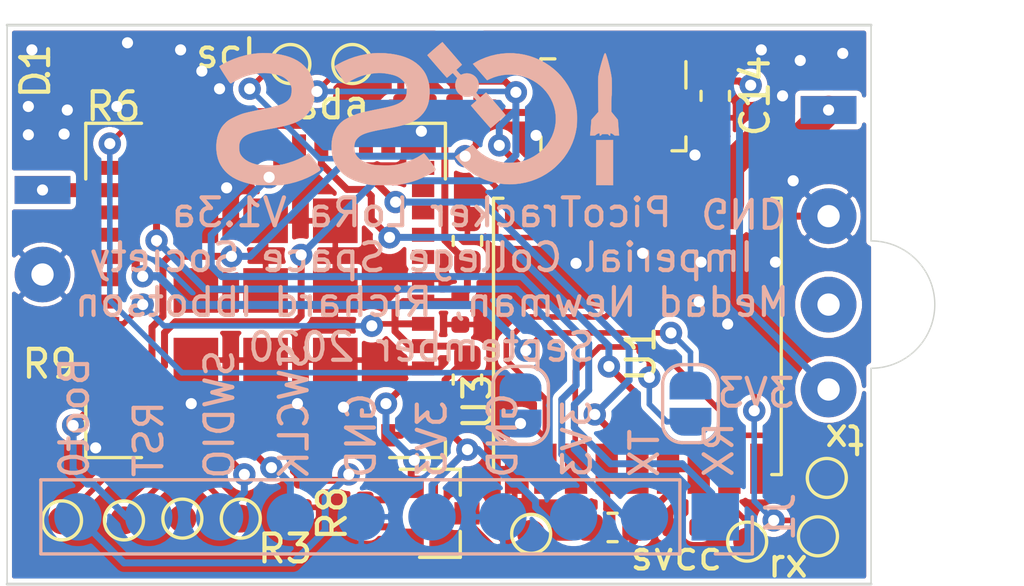
<source format=kicad_pcb>
(kicad_pcb (version 20171130) (host pcbnew "(5.1.2)-1")
  (title_block (title "PCB for Lora Pico Tracker") (date 2019-10-21) (company "Imperial College Space Society") (comment 1 "Richard Ibbotson, Medad Newman"))
  (layers (0 F.Cu signal) (31 B.Cu signal) (34 B.Paste user hide) (35 F.Paste user hide) (36 B.SilkS user hide) (37 F.SilkS user) (38 B.Mask user hide) (39 F.Mask user hide) (44 Edge.Cuts user))
  (net 0 "")
  (net 1 GND)
  (net 2 +3V3)
  (net 3 /I2C1_SDA)
  (net 4 /I2C1_SCL)
  (net 5 "Net-(AE2-Pad1)")
  (net 6 /SWDIO)
  (net 7 /RESET)
  (net 8 /SWCLK)
  (net 9 /GPS_TIMEPULSE)
  (net 10 /GPS_EXTINT)
  (net 11 "Net-(AE1-Pad1)")
  (net 12 /V_SOLAR)
  (net 13 "Net-(D1-Pad2)")
  (net 14 /LED)
  (net 15 /TCXO_EN)
  (net 16 /BOOT0)
  (net 17 /USART1_RX)
  (net 18 /USART1_TX)
  (net 19 "Net-(C12-Pad1)")
  (net 20 /GPS_MOSFET_GATE)
  (net 21 /USART2_RX)
  (net 22 /USART2_TX)
  (net 23 "Net-(TP5-Pad1)")
  (net 24 "Net-(TP6-Pad1)")
  (net 25 "Net-(TP7-Pad1)")
  (net 26 "Net-(TP8-Pad1)")
  (net 27 "Net-(JP1-Pad2)")
  (net 28 "Net-(JP2-Pad2)")
  (module TestPoint:TestPoint_Pad_D1.0mm (layer F.Cu) (at 285.496 178.2826)
    (fp_text reference TP10 hide)
    (fp_text value TestPoint)
    (pad 1 smd circle (at 0 0) (size 1 1) (layers F.Cu F.Mask) (net 9 /GPS_TIMEPULSE))
  )
  (module pico_tracker:custom_antenna_pad (layer F.Cu) (at 296.164 163.068 180)
    (fp_text reference AE2 hide)
    (fp_text value "GPS Antenna")
    (pad 1 thru_hole custom (at 0 0 180) (size 2 1) (drill 0.4) (layers *.Cu *.Mask) (net 5 "Net-(AE2-Pad1)") (options (clearance outline) (anchor rect)) (primitives))
  )
  (module pico_tracker:custom_antenna_pad (layer F.Cu) (at 267.97 165.9382)
    (fp_text reference AE1 hide)
    (fp_text value "GPS Antenna")
    (pad 1 thru_hole custom (at 0 0) (size 2 1) (drill 0.4) (layers *.Cu *.Mask) (net 11 "Net-(AE1-Pad1)") (options (clearance outline) (anchor rect)) (primitives))
  )
  (module pico_tracker:CMWX1ZZABZ_custom (layer F.Cu) (at 275.971 169.545 180)
    (fp_text reference U3 (at -7.6 -4 90) (layer F.SilkS))
    (fp_text value CMWX1ZZABZ-078)
    (pad 57 smd rect (at 2.5 2.5 270) (size 1.6 1.6) (layers F.Cu F.Paste F.Mask) (net 1 GND))
    (pad 56 smd rect (at 0 2.5 270) (size 1.6 1.6) (layers F.Cu F.Paste F.Mask) (net 1 GND))
    (pad 55 smd rect (at -2.5 2.5 270) (size 1.6 1.6) (layers F.Cu F.Paste F.Mask) (net 1 GND))
    (pad 54 smd rect (at 2.5 0 270) (size 1.6 1.6) (layers F.Cu F.Paste F.Mask) (net 1 GND))
    (pad 53 smd rect (at 0 0 270) (size 1.6 1.6) (layers F.Cu F.Paste F.Mask) (net 1 GND))
    (pad 52 smd rect (at -2.5 0 270) (size 1.6 1.6) (layers F.Cu F.Paste F.Mask) (net 1 GND))
    (pad 51 smd rect (at 2.5 -2.5 270) (size 1.6 1.6) (layers F.Cu F.Paste F.Mask) (net 1 GND))
    (pad 50 smd rect (at 0 -2.5 270) (size 1.6 1.6) (layers F.Cu F.Paste F.Mask) (net 1 GND))
    (pad 49 smd rect (at -2.5 -2.5 270) (size 1.6 1.6) (layers F.Cu F.Paste F.Mask) (net 1 GND))
    (pad 48 smd rect (at -4.4 -5.2 270) (size 0.8 0.5) (layers F.Cu F.Paste F.Mask) (net 15 /TCXO_EN))
    (pad 47 smd rect (at -3.6 -5.2 270) (size 0.8 0.5) (layers F.Cu F.Paste F.Mask))
    (pad 46 smd rect (at -2.8 -5.2 270) (size 0.8 0.5) (layers F.Cu F.Paste F.Mask))
    (pad 45 smd rect (at -2 -5.2 270) (size 0.8 0.5) (layers F.Cu F.Paste F.Mask))
    (pad 44 smd rect (at -1.2 -5.2 270) (size 0.8 0.5) (layers F.Cu F.Paste F.Mask) (net 1 GND))
    (pad 43 smd rect (at -0.4 -5.2 270) (size 0.8 0.5) (layers F.Cu F.Paste F.Mask) (net 16 /BOOT0))
    (pad 42 smd rect (at 0.4 -5.2 270) (size 0.8 0.5) (layers F.Cu F.Paste F.Mask) (net 8 /SWCLK))
    (pad 1 smd rect (at -5.65 -4.4 180) (size 0.8 0.5) (layers F.Cu F.Paste F.Mask) (net 15 /TCXO_EN))
    (pad 2 smd rect (at -5.65 -3.6 180) (size 0.8 0.5) (layers F.Cu F.Paste F.Mask) (net 20 /GPS_MOSFET_GATE))
    (pad 3 smd rect (at -5.65 -2.8 180) (size 0.8 0.5) (layers F.Cu F.Paste F.Mask) (net 1 GND))
    (pad 4 smd rect (at -5.65 -2 180) (size 0.8 0.5) (layers F.Cu F.Paste F.Mask) (net 2 +3V3))
    (pad 5 smd rect (at -5.65 -1.2 180) (size 0.8 0.5) (layers F.Cu F.Paste F.Mask) (net 2 +3V3))
    (pad 6 smd rect (at -5.65 -0.4 180) (size 0.8 0.5) (layers F.Cu F.Paste F.Mask) (net 2 +3V3))
    (pad 7 smd rect (at -5.65 0.4 180) (size 0.8 0.5) (layers F.Cu F.Paste F.Mask) (net 1 GND))
    (pad 8 smd rect (at -5.65 1.2 180) (size 0.8 0.5) (layers F.Cu F.Paste F.Mask))
    (pad 9 smd rect (at -5.65 2 180) (size 0.8 0.5) (layers F.Cu F.Paste F.Mask))
    (pad 10 smd rect (at -5.65 2.8 180) (size 0.8 0.5) (layers F.Cu F.Paste F.Mask))
    (pad 11 smd rect (at -5.65 3.6 180) (size 0.8 0.5) (layers F.Cu F.Paste F.Mask))
    (pad 27 smd rect (at 5.65 2.8 180) (size 0.8 0.5) (layers F.Cu F.Paste F.Mask) (net 1 GND))
    (pad 28 smd rect (at 5.65 2 180) (size 0.8 0.5) (layers F.Cu F.Paste F.Mask))
    (pad 29 smd rect (at 5.65 1.2 180) (size 0.8 0.5) (layers F.Cu F.Paste F.Mask))
    (pad 30 smd rect (at 5.65 0.4 180) (size 0.8 0.5) (layers F.Cu F.Paste F.Mask))
    (pad 31 smd rect (at 5.65 -0.4 180) (size 0.8 0.5) (layers F.Cu F.Paste F.Mask))
    (pad 32 smd rect (at 5.65 -1.2 180) (size 0.8 0.5) (layers F.Cu F.Paste F.Mask) (net 2 +3V3))
    (pad 33 smd rect (at 5.65 -2 180) (size 0.8 0.5) (layers F.Cu F.Paste F.Mask))
    (pad 34 smd rect (at 5.65 -2.8 180) (size 0.8 0.5) (layers F.Cu F.Paste F.Mask) (net 7 /RESET))
    (pad 35 smd rect (at 5.65 -3.6 180) (size 0.8 0.5) (layers F.Cu F.Paste F.Mask) (net 4 /I2C1_SCL))
    (pad 36 smd rect (at 5.65 -4.4 180) (size 0.8 0.5) (layers F.Cu F.Paste F.Mask) (net 3 /I2C1_SDA))
    (pad 37 smd rect (at 4.4 -5.2 270) (size 0.8 0.5) (layers F.Cu F.Paste F.Mask) (net 23 "Net-(TP5-Pad1)"))
    (pad 39 smd rect (at 2.8 -5.2 270) (size 0.8 0.5) (layers F.Cu F.Paste F.Mask) (net 25 "Net-(TP7-Pad1)"))
    (pad 40 smd rect (at 2 -5.2 270) (size 0.8 0.5) (layers F.Cu F.Paste F.Mask) (net 24 "Net-(TP6-Pad1)"))
    (pad 41 smd rect (at 1.2 -5.2 270) (size 0.8 0.5) (layers F.Cu F.Paste F.Mask) (net 6 /SWDIO))
    (pad 12 smd rect (at -5.65 4.4 180) (size 0.8 0.5) (layers F.Cu F.Paste F.Mask))
    (pad 13 smd rect (at -4.4 5.2 270) (size 0.8 0.5) (layers F.Cu F.Paste F.Mask))
    (pad 14 smd rect (at -3.6 5.2 270) (size 0.8 0.5) (layers F.Cu F.Paste F.Mask))
    (pad 15 smd rect (at -2.8 5.2 270) (size 0.8 0.5) (layers F.Cu F.Paste F.Mask) (net 9 /GPS_TIMEPULSE))
    (pad 16 smd rect (at -2 5.2 270) (size 0.8 0.5) (layers F.Cu F.Paste F.Mask) (net 10 /GPS_EXTINT))
    (pad 17 smd rect (at -1.2 5.2 270) (size 0.8 0.5) (layers F.Cu F.Paste F.Mask))
    (pad 18 smd rect (at -0.4 5.2 270) (size 0.8 0.5) (layers F.Cu F.Paste F.Mask) (net 17 /USART1_RX))
    (pad 19 smd rect (at 0.4 5.2 270) (size 0.8 0.5) (layers F.Cu F.Paste F.Mask) (net 18 /USART1_TX))
    (pad 20 smd rect (at 1.2 5.2 90) (size 0.8 0.5) (layers F.Cu F.Paste F.Mask))
    (pad 21 smd rect (at 2 5.2 90) (size 0.8 0.5) (layers F.Cu F.Paste F.Mask) (net 12 /V_SOLAR))
    (pad 22 smd rect (at 2.8 5.2 90) (size 0.8 0.5) (layers F.Cu F.Paste F.Mask) (net 14 /LED))
    (pad 23 smd rect (at 3.6 5.2 90) (size 0.8 0.5) (layers F.Cu F.Paste F.Mask) (net 21 /USART2_RX))
    (pad 24 smd rect (at 4.4 5.2 90) (size 0.8 0.5) (layers F.Cu F.Paste F.Mask) (net 22 /USART2_TX))
    (pad 25 smd rect (at 5.65 4.4 180) (size 0.8 0.5) (layers F.Cu F.Paste F.Mask) (net 1 GND))
    (pad 26 smd rect (at 5.65 3.6 180) (size 0.8 0.5) (layers F.Cu F.Paste F.Mask) (net 11 "Net-(AE1-Pad1)"))
    (pad 38 smd rect (at 3.6 -5.2 270) (size 0.8 0.5) (layers F.Cu F.Paste F.Mask) (net 26 "Net-(TP8-Pad1)"))
  )
  (module Jumper:SolderJumper-2_P1.3mm_Open_RoundedPad1.0x1.5mm (layer B.Cu) (at 285.115 173.6725 270)
    (fp_text reference JP2 hide)
    (fp_text value SolderJumper_2_Open)
    (pad 2 smd custom (at 0.65 0 270) (size 1 0.5) (layers B.Cu B.Mask) (net 28 "Net-(JP2-Pad2)") (options (clearance outline) (anchor rect)) (primitives (gr_circle (center 0 -0.25) (end 0.5 -0.25) (width 0)) (gr_circle (center 0 0.25) (end 0.5 0.25) (width 0)) (gr_poly (pts (xy 0 0.75) (xy -0.5 0.75) (xy -0.5 -0.75) (xy 0 -0.75)) (width 0))))
    (pad 1 smd custom (at -0.65 0 270) (size 1 0.5) (layers B.Cu B.Mask) (net 21 /USART2_RX) (options (clearance outline) (anchor rect)) (primitives (gr_circle (center 0 -0.25) (end 0.5 -0.25) (width 0)) (gr_circle (center 0 0.25) (end 0.5 0.25) (width 0)) (gr_poly (pts (xy 0 0.75) (xy 0.5 0.75) (xy 0.5 -0.75) (xy 0 -0.75)) (width 0))))
  )
  (module Jumper:SolderJumper-2_P1.3mm_Open_RoundedPad1.0x1.5mm (layer B.Cu) (at 291.211 173.609 270)
    (fp_text reference JP1 hide)
    (fp_text value SolderJumper_2_Open)
    (pad 2 smd custom (at 0.65 0 270) (size 1 0.5) (layers B.Cu B.Mask) (net 27 "Net-(JP1-Pad2)") (options (clearance outline) (anchor rect)) (primitives (gr_circle (center 0 -0.25) (end 0.5 -0.25) (width 0)) (gr_circle (center 0 0.25) (end 0.5 0.25) (width 0)) (gr_poly (pts (xy 0 0.75) (xy -0.5 0.75) (xy -0.5 -0.75) (xy 0 -0.75)) (width 0))))
    (pad 1 smd custom (at -0.65 0 270) (size 1 0.5) (layers B.Cu B.Mask) (net 22 /USART2_TX) (options (clearance outline) (anchor rect)) (primitives (gr_circle (center 0 -0.25) (end 0.5 -0.25) (width 0)) (gr_circle (center 0 0.25) (end 0.5 0.25) (width 0)) (gr_poly (pts (xy 0 0.75) (xy 0.5 0.75) (xy 0.5 -0.75) (xy 0 -0.75)) (width 0))))
  )
  (module TestPoint:TestPoint_Pad_D1.0mm (layer F.Cu) (at 293.243 178.562)
    (fp_text reference TP9 hide)
    (fp_text value TestPoint)
    (pad 1 smd circle (at 0 0) (size 1 1) (layers F.Cu F.Mask) (net 19 "Net-(C12-Pad1)"))
  )
  (module TestPoint:TestPoint_Pad_D1.0mm (layer F.Cu) (at 295.783 178.3715)
    (fp_text reference TP1 hide)
    (fp_text value TestPoint)
    (pad 1 smd circle (at 0 0) (size 1 1) (layers F.Cu F.Mask) (net 28 "Net-(JP2-Pad2)"))
  )
  (module TestPoint:TestPoint_Pad_D1.0mm (layer F.Cu) (at 268.6685 177.8)
    (fp_text reference TP5 hide)
    (fp_text value TestPoint)
    (pad 1 smd circle (at 0 0) (size 1 1) (layers F.Cu F.Mask) (net 23 "Net-(TP5-Pad1)"))
  )
  (module TestPoint:TestPoint_Pad_D1.0mm (layer F.Cu) (at 270.891 177.8)
    (fp_text reference TP8 hide)
    (fp_text value TestPoint)
    (pad 1 smd circle (at 0 0) (size 1 1) (layers F.Cu F.Mask) (net 26 "Net-(TP8-Pad1)"))
  )
  (module TestPoint:TestPoint_Pad_D1.0mm (layer F.Cu) (at 272.9865 177.7365)
    (fp_text reference TP7 hide)
    (fp_text value TestPoint)
    (pad 1 smd circle (at 0 0) (size 1 1) (layers F.Cu F.Mask) (net 25 "Net-(TP7-Pad1)"))
  )
  (module TestPoint:TestPoint_Pad_D1.0mm (layer F.Cu) (at 275.082 177.7365)
    (fp_text reference TP6 hide)
    (fp_text value TestPoint)
    (pad 1 smd circle (at 0 0) (size 1 1) (layers F.Cu F.Mask) (net 24 "Net-(TP6-Pad1)"))
  )
  (module TestPoint:TestPoint_Pad_D1.0mm (layer F.Cu) (at 279.0825 161.417)
    (fp_text reference TP4 hide)
    (fp_text value TestPoint)
    (pad 1 smd circle (at 0 0) (size 1 1) (layers F.Cu F.Mask) (net 3 /I2C1_SDA))
  )
  (module TestPoint:TestPoint_Pad_D1.0mm (layer F.Cu) (at 276.86 161.417)
    (fp_text reference TP3 hide)
    (fp_text value TestPoint)
    (pad 1 smd circle (at 0 0) (size 1 1) (layers F.Cu F.Mask) (net 4 /I2C1_SCL))
  )
  (module TestPoint:TestPoint_Pad_D1.0mm (layer F.Cu) (at 296.1005 176.276)
    (fp_text reference TP2 hide)
    (fp_text value TestPoint)
    (pad 1 smd circle (at 0 0) (size 1 1) (layers F.Cu F.Mask) (net 27 "Net-(JP1-Pad2)"))
  )
  (module Resistor_SMD:R_0402_1005Metric (layer F.Cu) (at 268.224 173.355)
    (fp_text reference R9 (at 0 -1.17) (layer F.SilkS))
    (fp_text value 10K)
    (pad 2 smd roundrect (at 0.485 0) (size 0.59 0.64) (layers F.Cu F.Paste F.Mask) (net 7 /RESET))
    (pad 1 smd roundrect (at -0.485 0) (size 0.59 0.64) (layers F.Cu F.Paste F.Mask) (net 2 +3V3))
  )
  (module Resistor_SMD:R_0402_1005Metric (layer F.Cu) (at 279.527 177.546 90)
    (fp_text reference R8 (at 0 -1.17 90) (layer F.SilkS))
    (fp_text value 4.7K)
    (pad 2 smd roundrect (at 0.485 0 90) (size 0.59 0.64) (layers F.Cu F.Paste F.Mask) (net 20 /GPS_MOSFET_GATE))
    (pad 1 smd roundrect (at -0.485 0 90) (size 0.59 0.64) (layers F.Cu F.Paste F.Mask) (net 2 +3V3))
  )
  (module Package_TO_SOT_SMD:SOT-23 (layer F.Cu) (at 282.194 177.546)
    (fp_text reference Q1 hide)
    (fp_text value IRLML6402)
    (pad 3 smd rect (at 1 0) (size 0.9 0.8) (layers F.Cu F.Paste F.Mask) (net 19 "Net-(C12-Pad1)"))
    (pad 2 smd rect (at -1 0.95) (size 0.9 0.8) (layers F.Cu F.Paste F.Mask) (net 2 +3V3))
    (pad 1 smd rect (at -1 -0.95) (size 0.9 0.8) (layers F.Cu F.Paste F.Mask) (net 20 /GPS_MOSFET_GATE))
  )
  (module Connector_Wire:SolderWirePad_1x01_Drill0.8mm (layer F.Cu) (at 267.97 168.9735)
    (fp_text reference J5 hide)
    (fp_text value Conn_01x01)
    (pad 1 thru_hole circle (at 0 0) (size 1.99898 1.99898) (drill 0.8001) (layers *.Cu *.Mask) (net 1 GND))
  )
  (module pico_tracker:10Pad (layer B.Cu) (at 292.1 177.673 90)
    (fp_text reference J1 (at 0 2.33 270) (layer B.SilkS) (effects (justify mirror)))
    (fp_text value Conn_01x10)
    (pad 10 smd oval (at 0 -22.86 90) (size 1.7 1.7) (layers B.Cu B.Paste B.Mask) (net 16 /BOOT0))
    (pad 9 smd oval (at 0 -20.32 90) (size 1.7 1.7) (layers B.Cu B.Paste B.Mask) (net 7 /RESET))
    (pad 8 smd oval (at 0 -17.78 90) (size 1.7 1.7) (layers B.Cu B.Paste B.Mask) (net 6 /SWDIO))
    (pad 7 smd oval (at 0 -15.24 90) (size 1.7 1.7) (layers B.Cu B.Paste B.Mask) (net 8 /SWCLK))
    (pad 6 smd oval (at 0 -12.7 90) (size 1.7 1.7) (layers B.Cu B.Paste B.Mask) (net 1 GND))
    (pad 5 smd oval (at 0 -10.16 90) (size 1.7 1.7) (layers B.Cu B.Paste B.Mask) (net 2 +3V3))
    (pad 4 smd oval (at 0 -7.62 90) (size 1.7 1.7) (layers B.Cu B.Paste B.Mask) (net 1 GND))
    (pad 3 smd oval (at 0 -5.08 90) (size 1.7 1.7) (layers B.Cu B.Paste B.Mask) (net 2 +3V3))
    (pad 2 smd oval (at 0 -2.54 90) (size 1.7 1.7) (layers B.Cu B.Paste B.Mask) (net 18 /USART1_TX))
    (pad 1 smd rect (at 0 0 90) (size 1.7 1.7) (layers B.Cu B.Paste B.Mask) (net 17 /USART1_RX))
  )
  (module flight-computer:SolderWirePad_1x01_Drill0.8mm (layer F.Cu) (at 298.704 170.053)
    (fp_text reference StringHole1 hide)
    (fp_text value Unconnected)
    (pad "" np_thru_hole circle (at 0 0) (size 0.8 0.8) (drill 0.8) (layers *.Cu *.Mask))
  )
  (module RF_GPS:ublox_MAX (layer F.Cu) (at 289.306 171.196 90)
    (fp_text reference U1 (at -0.635 0.127 90) (layer F.SilkS))
    (fp_text value MAX-M8C)
    (pad 1 smd rect (at -4.75 -4.4 90) (size 1.8 0.7) (layers F.Cu F.Paste F.Mask) (net 1 GND))
    (pad 2 smd rect (at -4.75 -3.3 90) (size 1.8 0.8) (layers F.Cu F.Paste F.Mask) (net 28 "Net-(JP2-Pad2)"))
    (pad 3 smd rect (at -4.75 -2.2 90) (size 1.8 0.8) (layers F.Cu F.Paste F.Mask) (net 27 "Net-(JP1-Pad2)"))
    (pad 4 smd rect (at -4.75 -1.1 90) (size 1.8 0.8) (layers F.Cu F.Paste F.Mask) (net 9 /GPS_TIMEPULSE))
    (pad 5 smd rect (at -4.75 0 90) (size 1.8 0.8) (layers F.Cu F.Paste F.Mask) (net 10 /GPS_EXTINT))
    (pad 6 smd rect (at -4.75 1.1 90) (size 1.8 0.8) (layers F.Cu F.Paste F.Mask) (net 19 "Net-(C12-Pad1)"))
    (pad 7 smd rect (at -4.75 2.2 90) (size 1.8 0.8) (layers F.Cu F.Paste F.Mask) (net 19 "Net-(C12-Pad1)"))
    (pad 8 smd rect (at -4.75 3.3 90) (size 1.8 0.8) (layers F.Cu F.Paste F.Mask) (net 19 "Net-(C12-Pad1)"))
    (pad 9 smd rect (at -4.75 4.4 90) (size 1.8 0.7) (layers F.Cu F.Paste F.Mask))
    (pad 10 smd rect (at 4.75 4.4 90) (size 1.8 0.7) (layers F.Cu F.Paste F.Mask) (net 1 GND))
    (pad 11 smd rect (at 4.75 3.3 90) (size 1.8 0.8) (layers F.Cu F.Paste F.Mask) (net 5 "Net-(AE2-Pad1)"))
    (pad 12 smd rect (at 4.75 2.2 90) (size 1.8 0.8) (layers F.Cu F.Paste F.Mask) (net 1 GND))
    (pad 13 smd rect (at 4.75 1.1 90) (size 1.8 0.8) (layers F.Cu F.Paste F.Mask))
    (pad 14 smd rect (at 4.75 0 90) (size 1.8 0.8) (layers F.Cu F.Paste F.Mask))
    (pad 15 smd rect (at 4.75 -1.1 90) (size 1.8 0.8) (layers F.Cu F.Paste F.Mask))
    (pad 16 smd rect (at 4.75 -2.2 90) (size 1.8 0.8) (layers F.Cu F.Paste F.Mask) (net 3 /I2C1_SDA))
    (pad 17 smd rect (at 4.75 -3.3 90) (size 1.8 0.8) (layers F.Cu F.Paste F.Mask) (net 4 /I2C1_SCL))
    (pad 18 smd rect (at 4.75 -4.4 90) (size 1.8 0.7) (layers F.Cu F.Paste F.Mask))
  )
  (module Connector_Wire:SolderWirePad_1x01_Drill0.8mm (layer F.Cu) (at 296.164 170.053 90)
    (fp_text reference SolarCellMount1 hide)
    (fp_text value Unconnected)
    (pad 1 thru_hole circle (at 0 0 90) (size 1.99898 1.99898) (drill 0.8001) (layers *.Cu *.Mask))
  )
  (module Connector_Wire:SolderWirePad_1x01_Drill0.8mm (layer F.Cu) (at 296.164 173.101 270)
    (fp_text reference J3 hide)
    (fp_text value 3.3V)
    (pad 1 thru_hole circle (at 0 0 270) (size 1.99898 1.99898) (drill 0.8001) (layers *.Cu *.Mask) (net 2 +3V3))
  )
  (module Connector_Wire:SolderWirePad_1x01_Drill0.8mm (layer F.Cu) (at 296.164 166.878 270)
    (fp_text reference J2 hide)
    (fp_text value GND)
    (pad 1 thru_hole circle (at 0 0 270) (size 1.99898 1.99898) (drill 0.8001) (layers *.Cu *.Mask) (net 1 GND))
  )
  (module Capacitor_SMD:C_0603_1608Metric (layer F.Cu) (at 288.417 178.054 180)
    (fp_text reference C13 hide)
    (fp_text value 10uF)
    (pad 1 smd roundrect (at -0.7875 0 180) (size 0.875 0.95) (layers F.Cu F.Paste F.Mask) (net 19 "Net-(C12-Pad1)"))
    (pad 2 smd roundrect (at 0.7875 0 180) (size 0.875 0.95) (layers F.Cu F.Paste F.Mask) (net 1 GND))
  )
  (module Capacitor_SMD:C_0603_1608Metric (layer F.Cu) (at 292.1 162.56 270)
    (fp_text reference C14 (at 0 -1.43 90) (layer F.SilkS))
    (fp_text value 220nF)
    (pad 1 smd roundrect (at -0.7875 0 270) (size 0.875 0.95) (layers F.Cu F.Paste F.Mask) (net 2 +3V3))
    (pad 2 smd roundrect (at 0.7875 0 270) (size 0.875 0.95) (layers F.Cu F.Paste F.Mask) (net 1 GND))
  )
  (module Capacitor_SMD:C_0402_1005Metric (layer F.Cu) (at 290.98 178.054 180)
    (fp_text reference C12 hide)
    (fp_text value 100nF)
    (pad 2 smd roundrect (at 0.485 0 180) (size 0.59 0.64) (layers F.Cu F.Paste F.Mask) (net 1 GND))
    (pad 1 smd roundrect (at -0.485 0 180) (size 0.59 0.64) (layers F.Cu F.Paste F.Mask) (net 19 "Net-(C12-Pad1)"))
  )
  (module Package_LGA:LGA-8_3x5mm_P1.25mm (layer F.Cu) (at 288.447 162.882 270)
    (fp_text reference U6 hide)
    (fp_text value MS5607-02BA)
    (pad 4 smd rect (at -1.075 1.875 270) (size 0.95 0.55) (layers F.Cu F.Paste F.Mask) (net 1 GND))
    (pad 1 smd rect (at -1.075 -1.875 270) (size 0.95 0.55) (layers F.Cu F.Paste F.Mask) (net 2 +3V3))
    (pad 2 smd rect (at -1.075 -0.625 270) (size 0.95 0.55) (layers F.Cu F.Paste F.Mask) (net 2 +3V3))
    (pad 3 smd rect (at -1.075 0.625 270) (size 0.95 0.55) (layers F.Cu F.Paste F.Mask) (net 1 GND))
    (pad 8 smd rect (at 1.075 -1.875 270) (size 0.95 0.55) (layers F.Cu F.Paste F.Mask) (net 4 /I2C1_SCL))
    (pad 7 smd rect (at 1.075 -0.625 270) (size 0.95 0.55) (layers F.Cu F.Paste F.Mask) (net 3 /I2C1_SDA))
    (pad 6 smd rect (at 1.075 0.625 270) (size 0.95 0.55) (layers F.Cu F.Paste F.Mask))
    (pad 5 smd rect (at 1.075 1.875 270) (size 0.95 0.55) (layers F.Cu F.Paste F.Mask) (net 1 GND))
  )
  (module Capacitor_SMD:C_0603_1608Metric (layer F.Cu) (at 283.21 172.7455 270)
    (fp_text reference C10 hide)
    (fp_text value 10uF)
    (pad 2 smd roundrect (at 0.7875 0 270) (size 0.875 0.95) (layers F.Cu F.Paste F.Mask) (net 1 GND))
    (pad 1 smd roundrect (at -0.7875 0 270) (size 0.875 0.95) (layers F.Cu F.Paste F.Mask) (net 2 +3V3))
  )
  (module Capacitor_SMD:C_0603_1608Metric (layer F.Cu) (at 283.21 167.767 90)
    (fp_text reference C7 hide)
    (fp_text value 1uF)
    (pad 2 smd roundrect (at 0.7875 0 90) (size 0.875 0.95) (layers F.Cu F.Paste F.Mask) (net 1 GND))
    (pad 1 smd roundrect (at -0.7875 0 90) (size 0.875 0.95) (layers F.Cu F.Paste F.Mask) (net 2 +3V3))
  )
  (module Capacitor_SMD:C_0402_1005Metric (layer F.Cu) (at 282.956 170.284 270)
    (fp_text reference C5 hide)
    (fp_text value 100nF)
    (pad 2 smd roundrect (at 0.485 0 270) (size 0.59 0.64) (layers F.Cu F.Paste F.Mask) (net 1 GND))
    (pad 1 smd roundrect (at -0.485 0 270) (size 0.59 0.64) (layers F.Cu F.Paste F.Mask) (net 2 +3V3))
  )
  (module LED_SMD:LED_0402_1005Metric (layer F.Cu) (at 269.24 161.798)
    (fp_text reference D1 (at -1.524 -0.127 90) (layer F.SilkS))
    (fp_text value LED)
    (pad 2 smd roundrect (at 0.485 0) (size 0.59 0.64) (layers F.Cu F.Paste F.Mask) (net 13 "Net-(D1-Pad2)"))
    (pad 1 smd roundrect (at -0.485 0) (size 0.59 0.64) (layers F.Cu F.Paste F.Mask) (net 1 GND))
  )
  (module Resistor_SMD:R_0402_1005Metric (layer F.Cu) (at 271.272 161.798)
    (fp_text reference R6 (at -0.762 1.143) (layer F.SilkS))
    (fp_text value 1K)
    (pad 2 smd roundrect (at 0.485 0) (size 0.59 0.64) (layers F.Cu F.Paste F.Mask) (net 14 /LED))
    (pad 1 smd roundrect (at -0.485 0) (size 0.59 0.64) (layers F.Cu F.Paste F.Mask) (net 13 "Net-(D1-Pad2)"))
  )
  (module flight-computer:ICSS_Logo (layer B.Cu) (at 281.432 163.195 180)
    (fp_text reference J4 hide)
    (fp_text value "ICSS Logo" hide)
  )
  (module Resistor_SMD:R_0402_1005Metric (layer F.Cu) (at 281.328 162.814)
    (fp_text reference R2 hide)
    (fp_text value 100K)
    (pad 2 smd roundrect (at 0.485 0) (size 0.59 0.64) (layers F.Cu F.Paste F.Mask) (net 1 GND))
    (pad 1 smd roundrect (at -0.485 0) (size 0.59 0.64) (layers F.Cu F.Paste F.Mask) (net 12 /V_SOLAR))
  )
  (module Resistor_SMD:R_0402_1005Metric (layer F.Cu) (at 281.305 161.163 180)
    (fp_text reference R1 hide)
    (fp_text value 100K)
    (pad 2 smd roundrect (at 0.485 0 180) (size 0.59 0.64) (layers F.Cu F.Paste F.Mask) (net 12 /V_SOLAR))
    (pad 1 smd roundrect (at -0.485 0 180) (size 0.59 0.64) (layers F.Cu F.Paste F.Mask) (net 2 +3V3))
  )
  (module Resistor_SMD:R_0402_1005Metric (layer F.Cu) (at 283.233 162.814)
    (fp_text reference R5 hide)
    (fp_text value 4.7K)
    (pad 2 smd roundrect (at 0.485 0) (size 0.59 0.64) (layers F.Cu F.Paste F.Mask) (net 4 /I2C1_SCL))
    (pad 1 smd roundrect (at -0.485 0) (size 0.59 0.64) (layers F.Cu F.Paste F.Mask) (net 2 +3V3))
  )
  (module Resistor_SMD:R_0402_1005Metric (layer F.Cu) (at 283.21 161.163 180)
    (fp_text reference R4 hide)
    (fp_text value 4.7K)
    (pad 2 smd roundrect (at 0.485 0 180) (size 0.59 0.64) (layers F.Cu F.Paste F.Mask) (net 3 /I2C1_SDA))
    (pad 1 smd roundrect (at -0.485 0 180) (size 0.59 0.64) (layers F.Cu F.Paste F.Mask) (net 2 +3V3))
  )
  (module Resistor_SMD:R_0402_1005Metric (layer F.Cu) (at 277.3045 176.8475 270)
    (fp_text reference R3 (at 1.9685 0.635) (layer F.SilkS))
    (fp_text value 10K)
    (pad 1 smd roundrect (at -0.485 0 270) (size 0.59 0.64) (layers F.Cu F.Paste F.Mask) (net 16 /BOOT0))
    (pad 2 smd roundrect (at 0.485 0 270) (size 0.59 0.64) (layers F.Cu F.Paste F.Mask) (net 1 GND))
  )
  (gr_text "PicoTracker LoRa V1.3a\nImperial College Space Society\nMedad Newman, Richard Ibbotson \nSeptember 2020" (at 281.559 169.164) (layer B.SilkS) (effects (font (size 1 1)) (justify mirror)))
  (gr_text tx (at 296.7355 174.879 180) (layer F.SilkS) (effects (font (size 1 1))))
  (gr_text rx (at 294.7035 179.324) (layer F.SilkS) (effects (font (size 1 1))))
  (gr_text svcc (at 290.703 179.07) (layer F.SilkS) (effects (font (size 1 1))))
  (gr_text sda (at 278.384 162.8775) (layer F.SilkS) (effects (font (size 1 1))))
  (gr_text scl (at 274.574 161.036) (layer F.SilkS) (effects (font (size 1 1))))
  (gr_text GND (at 293.116 166.751 180) (layer B.SilkS) (effects (font (size 1 1)) (justify mirror)))
  (gr_text 3V3 (at 293.5605 173.228) (layer B.SilkS) (effects (font (size 1 1)) (justify mirror)))
  (gr_text "RX\n" (at 292.227 175.26 90) (layer B.SilkS) (effects (font (size 1 1)) (justify mirror)))
  (gr_text TX (at 289.56 175.387 90) (layer B.SilkS) (effects (font (size 1 1)) (justify mirror)))
  (gr_text 3V3 (at 287.147 174.879 90) (layer B.SilkS) (effects (font (size 1 1)) (justify mirror)))
  (gr_text GND (at 284.48 174.752 90) (layer B.SilkS) (effects (font (size 1 1)) (justify mirror)))
  (gr_text 3V3 (at 281.94 174.879 90) (layer B.SilkS) (effects (font (size 1 1)) (justify mirror)))
  (gr_text GND (at 279.4 174.752 90) (layer B.SilkS) (effects (font (size 1 1)) (justify mirror)))
  (gr_text SWCLK (at 276.987 173.863 90) (layer B.SilkS) (effects (font (size 1 1)) (justify mirror)))
  (gr_text SWDIO (at 274.32 173.99 90) (layer B.SilkS) (effects (font (size 1 1)) (justify mirror)))
  (gr_text RST (at 271.78 174.879 90) (layer B.SilkS) (effects (font (size 1 1)) (justify mirror)))
  (gr_text Boot0 (at 269.113 174.117 90) (layer B.SilkS) (effects (font (size 1 1)) (justify mirror)))
  (gr_line (start 266.7 172.085) (end 266.7 166.37) (layer Edge.Cuts) (width 0.05))
  (gr_line (start 266.7 160.02) (end 266.7 166.37) (layer Edge.Cuts) (width 0.05))
  (gr_line (start 266.7 180.086) (end 266.7 172.085) (layer Edge.Cuts) (width 0.05))
  (gr_line (start 297.688 160.02) (end 297.688 167.767) (layer Edge.Cuts) (width 0.05))
  (gr_arc (start 297.688 170.053) (end 297.688 172.339) (angle -180) (layer Edge.Cuts) (width 0.05))
  (gr_line (start 297.688 180.086) (end 297.688 172.339) (layer Edge.Cuts) (width 0.05))
  (gr_line (start 297.688 180.086) (end 266.7 180.086) (layer Edge.Cuts) (width 0.1))
  (gr_line (start 266.7 160.02) (end 297.688 160.02) (layer Edge.Cuts) (width 0.1))
  (segment (start 291.372999 167.606001) (end 291.437999 167.671001) (width 0.25) (layer F.Cu) (net 1))
  (segment (start 291.437999 167.671001) (end 293.957507 167.671001) (width 0.25) (layer F.Cu) (net 1))
  (segment (start 293.957507 167.671001) (end 294.750508 166.878) (width 0.25) (layer F.Cu) (net 1))
  (segment (start 294.750508 166.878) (end 296.164 166.878) (width 0.25) (layer F.Cu) (net 1))
  (segment (start 292.1 163.6015) (end 291.372999 164.328501) (width 0.25) (layer F.Cu) (net 1))
  (segment (start 291.372999 164.328501) (end 291.372999 164.684001) (width 0.25) (layer F.Cu) (net 1))
  (via (at 281.559 163.83) (size 0.8) (drill 0.4) (layers F.Cu B.Cu) (net 1))
  (segment (start 281.813 162.814) (end 281.813 163.576) (width 0.25) (layer F.Cu) (net 1))
  (segment (start 281.813 163.576) (end 281.559 163.83) (width 0.25) (layer F.Cu) (net 1))
  (via (at 285.673623 163.979132) (size 0.8) (drill 0.4) (layers F.Cu B.Cu) (net 1))
  (segment (start 286.572 163.957) (end 285.695755 163.957) (width 0.25) (layer F.Cu) (net 1))
  (segment (start 285.695755 163.957) (end 285.673623 163.979132) (width 0.25) (layer F.Cu) (net 1))
  (via (at 270.637 162.941) (size 0.8) (drill 0.4) (layers F.Cu B.Cu) (net 1))
  (segment (start 291.372999 164.684001) (end 291.372999 167.606001) (width 0.25) (layer F.Cu) (net 1))
  (via (at 291.372999 164.684001) (size 0.8) (drill 0.4) (layers F.Cu B.Cu) (net 1))
  (via (at 295.148 161.29) (size 0.8) (drill 0.4) (layers F.Cu B.Cu) (net 1))
  (via (at 278.765 173.736) (size 0.8) (drill 0.4) (layers F.Cu B.Cu) (net 1))
  (via (at 267.462 162.941) (size 0.8) (drill 0.4) (layers F.Cu B.Cu) (net 1))
  (via (at 267.462 163.957) (size 0.8) (drill 0.4) (layers F.Cu B.Cu) (net 1))
  (via (at 268.859 163.068) (size 0.8) (drill 0.4) (layers F.Cu B.Cu) (net 1))
  (via (at 267.589 160.909) (size 0.8) (drill 0.4) (layers F.Cu B.Cu) (net 1))
  (via (at 277.114 173.609) (size 0.8) (drill 0.4) (layers F.Cu B.Cu) (net 1))
  (via (at 273.685 161.671) (size 0.8) (drill 0.4) (layers F.Cu B.Cu) (net 1))
  (via (at 271.018 160.655) (size 0.8) (drill 0.4) (layers F.Cu B.Cu) (net 1))
  (via (at 272.923 160.909) (size 0.8) (drill 0.4) (layers F.Cu B.Cu) (net 1))
  (via (at 291.592 168.529) (size 0.8) (drill 0.4) (layers F.Cu B.Cu) (net 1))
  (via (at 294.259 168.529) (size 0.8) (drill 0.4) (layers F.Cu B.Cu) (net 1))
  (via (at 294.894 165.608) (size 0.8) (drill 0.4) (layers F.Cu B.Cu) (net 1))
  (via (at 294.513 162.56) (size 0.8) (drill 0.4) (layers F.Cu B.Cu) (net 1))
  (via (at 293.751 160.909) (size 0.8) (drill 0.4) (layers F.Cu B.Cu) (net 1))
  (via (at 296.672 161.036) (size 0.8) (drill 0.4) (layers F.Cu B.Cu) (net 1))
  (via (at 274.574 165.862) (size 0.8) (drill 0.4) (layers F.Cu B.Cu) (net 1))
  (via (at 274.32 162.306) (size 0.8) (drill 0.4) (layers F.Cu B.Cu) (net 1))
  (via (at 268.744417 163.930933) (size 0.8) (drill 0.4) (layers F.Cu B.Cu) (net 1))
  (via (at 287.106291 168.57198) (size 0.8) (drill 0.4) (layers F.Cu B.Cu) (net 1))
  (via (at 269.875 175.1965) (size 0.8) (drill 0.4) (layers F.Cu B.Cu) (net 1))
  (via (at 273.304 173.609) (size 0.8) (drill 0.4) (layers F.Cu B.Cu) (net 1))
  (via (at 291.521476 169.95101) (size 0.8) (drill 0.4) (layers F.Cu B.Cu) (net 1))
  (via (at 292.5445 170.7515) (size 0.8) (drill 0.4) (layers F.Cu B.Cu) (net 1))
  (via (at 289.4965 168.2115) (size 0.8) (drill 0.4) (layers F.Cu B.Cu) (net 1))
  (segment (start 285.280999 176.320999) (end 284.906 175.946) (width 0.25) (layer F.Cu) (net 1))
  (segment (start 286.9437 177.3682) (end 286.3282 177.3682) (width 0.25) (layer F.Cu) (net 1))
  (segment (start 286.3282 177.3682) (end 286.131001 177.171001) (width 0.25) (layer F.Cu) (net 1))
  (segment (start 287.6295 178.054) (end 286.9437 177.3682) (width 0.25) (layer F.Cu) (net 1))
  (segment (start 286.131001 177.171001) (end 285.345999 177.171001) (width 0.25) (layer F.Cu) (net 1))
  (segment (start 285.345999 177.171001) (end 285.280999 177.106001) (width 0.25) (layer F.Cu) (net 1))
  (segment (start 285.280999 177.106001) (end 285.280999 176.320999) (width 0.25) (layer F.Cu) (net 1))
  (segment (start 291.8805 161.807) (end 292.1 162.0265) (width 0.2933) (layer F.Cu) (net 2))
  (segment (start 290.322 161.807) (end 291.8805 161.807) (width 0.2933) (layer F.Cu) (net 2))
  (segment (start 292.9635 162.0265) (end 293.37 162.433) (width 0.25) (layer F.Cu) (net 2))
  (segment (start 295.656 173.609) (end 296.164 173.101) (width 0.25) (layer F.Cu) (net 2))
  (segment (start 292.970001 169.907001) (end 296.164 173.101) (width 0.25) (layer B.Cu) (net 2))
  (segment (start 293.37 162.433) (end 292.970001 162.832999) (width 0.25) (layer B.Cu) (net 2))
  (segment (start 292.970001 162.832999) (end 292.970001 169.907001) (width 0.25) (layer B.Cu) (net 2))
  (segment (start 292.1 162.0265) (end 292.9635 162.0265) (width 0.25) (layer F.Cu) (net 2))
  (via (at 293.37 162.179) (size 0.8) (drill 0.4) (layers F.Cu B.Cu) (net 2))
  (segment (start 296.001 173.101) (end 296.164 173.101) (width 0.25) (layer F.Cu) (net 2))
  (segment (start 282.797 171.545) (end 283.21 171.958) (width 0.25) (layer F.Cu) (net 2))
  (segment (start 281.621 171.545) (end 282.797 171.545) (width 0.25) (layer F.Cu) (net 2))
  (segment (start 282.81 169.945) (end 282.956 169.799) (width 0.25) (layer F.Cu) (net 2))
  (segment (start 281.621 169.945) (end 282.81 169.945) (width 0.25) (layer F.Cu) (net 2))
  (segment (start 283.21 169.545) (end 282.956 169.799) (width 0.25) (layer F.Cu) (net 2))
  (segment (start 283.21 168.5545) (end 283.21 169.545) (width 0.25) (layer F.Cu) (net 2))
  (segment (start 281.621 170.745) (end 280.613 170.745) (width 0.25) (layer F.Cu) (net 2))
  (segment (start 281.146 171.545) (end 281.621 171.545) (width 0.25) (layer F.Cu) (net 2))
  (segment (start 280.613 170.745) (end 280.613 171.012) (width 0.25) (layer F.Cu) (net 2))
  (segment (start 280.613 171.012) (end 281.146 171.545) (width 0.25) (layer F.Cu) (net 2))
  (via (at 283.21 175.26) (size 0.8) (drill 0.4) (layers F.Cu B.Cu) (net 2))
  (segment (start 282.40999 174.45999) (end 283.21 175.26) (width 0.25) (layer F.Cu) (net 2))
  (segment (start 283.21 171.958) (end 282.40999 172.75801) (width 0.25) (layer F.Cu) (net 2))
  (segment (start 282.40999 172.75801) (end 282.40999 174.45999) (width 0.25) (layer F.Cu) (net 2))
  (segment (start 281.94 176.53) (end 281.94 177.673) (width 0.25) (layer B.Cu) (net 2))
  (segment (start 283.21 175.26) (end 281.94 176.53) (width 0.25) (layer B.Cu) (net 2))
  (segment (start 282.702 162.768) (end 282.748 162.814) (width 0.25) (layer F.Cu) (net 2))
  (segment (start 282.702 162.179) (end 282.702 162.768) (width 0.25) (layer F.Cu) (net 2))
  (segment (start 281.79 161.267) (end 282.702 162.179) (width 0.25) (layer F.Cu) (net 2))
  (segment (start 281.79 161.163) (end 281.79 161.267) (width 0.25) (layer F.Cu) (net 2))
  (segment (start 283.695 160.743) (end 283.695 161.163) (width 0.25) (layer F.Cu) (net 2))
  (segment (start 283.46999 160.51799) (end 283.695 160.743) (width 0.25) (layer F.Cu) (net 2))
  (segment (start 282.381778 160.51799) (end 283.46999 160.51799) (width 0.25) (layer F.Cu) (net 2))
  (segment (start 282.10499 160.794778) (end 282.381778 160.51799) (width 0.25) (layer F.Cu) (net 2))
  (segment (start 282.10499 160.99801) (end 282.10499 160.794778) (width 0.25) (layer F.Cu) (net 2))
  (segment (start 281.94 161.163) (end 282.10499 160.99801) (width 0.25) (layer F.Cu) (net 2))
  (segment (start 281.79 161.163) (end 281.94 161.163) (width 0.25) (layer F.Cu) (net 2))
  (segment (start 283.21 168.5545) (end 282.400464 167.744964) (width 0.25) (layer F.Cu) (net 2))
  (segment (start 282.400464 163.161536) (end 282.748 162.814) (width 0.25) (layer F.Cu) (net 2))
  (segment (start 282.400464 167.744964) (end 282.400464 163.161536) (width 0.25) (layer F.Cu) (net 2))
  (via (at 279.781 170.815) (size 0.8) (drill 0.4) (layers F.Cu B.Cu) (net 2))
  (segment (start 280.613 170.745) (end 279.851 170.745) (width 0.2) (layer F.Cu) (net 2))
  (segment (start 279.851 170.745) (end 279.781 170.815) (width 0.2) (layer F.Cu) (net 2))
  (via (at 271.563 170.053) (size 0.8) (drill 0.4) (layers F.Cu B.Cu) (net 2))
  (segment (start 279.781 170.815) (end 272.325 170.815) (width 0.2) (layer B.Cu) (net 2))
  (segment (start 272.325 170.815) (end 271.563 170.053) (width 0.2) (layer B.Cu) (net 2))
  (segment (start 270.871 170.745) (end 270.321 170.745) (width 0.2) (layer F.Cu) (net 2))
  (segment (start 271.563 170.053) (end 270.871 170.745) (width 0.2) (layer F.Cu) (net 2))
  (segment (start 283.321 175.371) (end 283.21 175.26) (width 0.25) (layer F.Cu) (net 2))
  (segment (start 280.729 178.031) (end 281.194 178.496) (width 0.25) (layer F.Cu) (net 2))
  (segment (start 279.527 178.031) (end 280.729 178.031) (width 0.25) (layer F.Cu) (net 2))
  (segment (start 282.030001 176.439999) (end 283.21 175.26) (width 0.25) (layer F.Cu) (net 2))
  (segment (start 282.030001 177.709999) (end 282.030001 176.439999) (width 0.25) (layer F.Cu) (net 2))
  (segment (start 281.244 178.496) (end 282.030001 177.709999) (width 0.25) (layer F.Cu) (net 2))
  (segment (start 281.194 178.496) (end 281.244 178.496) (width 0.25) (layer F.Cu) (net 2))
  (segment (start 283.695 161.251) (end 284.840638 161.251) (width 0.25) (layer F.Cu) (net 2))
  (segment (start 284.840638 161.251) (end 285.673625 162.083987) (width 0.25) (layer F.Cu) (net 2))
  (segment (start 285.673625 162.083987) (end 285.673625 162.172623) (width 0.25) (layer F.Cu) (net 2))
  (segment (start 285.673625 162.172623) (end 286.108003 162.607001) (width 0.25) (layer F.Cu) (net 2))
  (segment (start 288.471999 162.607001) (end 289.072 162.007) (width 0.25) (layer F.Cu) (net 2))
  (segment (start 286.108003 162.607001) (end 288.471999 162.607001) (width 0.25) (layer F.Cu) (net 2))
  (segment (start 289.072 162.007) (end 289.072 161.807) (width 0.25) (layer F.Cu) (net 2))
  (segment (start 280.613 170.237) (end 280.905 169.945) (width 0.25) (layer F.Cu) (net 2))
  (segment (start 280.613 170.745) (end 280.613 170.237) (width 0.25) (layer F.Cu) (net 2))
  (segment (start 280.905 169.945) (end 281.621 169.945) (width 0.25) (layer F.Cu) (net 2))
  (segment (start 289.072 161.807) (end 290.322 161.807) (width 0.2933) (layer F.Cu) (net 2))
  (segment (start 283.591 175.26) (end 283.21 175.26) (width 0.25) (layer B.Cu) (net 2))
  (segment (start 286.258 177.927) (end 285.655001 177.324001) (width 0.25) (layer B.Cu) (net 2))
  (segment (start 286.893 177.927) (end 286.258 177.927) (width 0.25) (layer B.Cu) (net 2))
  (segment (start 285.655001 177.324001) (end 285.655001 177.108999) (width 0.25) (layer B.Cu) (net 2))
  (segment (start 285.044001 176.497999) (end 284.828999 176.497999) (width 0.25) (layer B.Cu) (net 2))
  (segment (start 285.655001 177.108999) (end 285.044001 176.497999) (width 0.25) (layer B.Cu) (net 2))
  (segment (start 284.828999 176.497999) (end 283.591 175.26) (width 0.25) (layer B.Cu) (net 2))
  (segment (start 267.739 172.935) (end 267.739 173.355) (width 0.25) (layer F.Cu) (net 2))
  (segment (start 267.739 172.677) (end 267.739 172.935) (width 0.25) (layer F.Cu) (net 2))
  (segment (start 269.671 170.745) (end 267.739 172.677) (width 0.25) (layer F.Cu) (net 2))
  (segment (start 270.321 170.745) (end 269.671 170.745) (width 0.25) (layer F.Cu) (net 2))
  (segment (start 284.353 163.661866) (end 284.353 164.338) (width 0.25) (layer B.Cu) (net 3))
  (segment (start 284.948623 163.066243) (end 284.353 163.661866) (width 0.25) (layer B.Cu) (net 3))
  (via (at 284.353 164.338) (size 0.8) (drill 0.4) (layers F.Cu B.Cu) (net 3))
  (segment (start 279.908 165.608) (end 277.246721 168.269279) (width 0.25) (layer B.Cu) (net 3))
  (segment (start 284.029004 165.608) (end 279.908 165.608) (width 0.25) (layer B.Cu) (net 3))
  (via (at 277.246721 168.269279) (size 0.8) (drill 0.4) (layers F.Cu B.Cu) (net 3))
  (segment (start 284.948623 163.066243) (end 284.948623 164.688381) (width 0.25) (layer B.Cu) (net 3))
  (segment (start 284.948623 164.688381) (end 284.029004 165.608) (width 0.25) (layer B.Cu) (net 3))
  (segment (start 289.072 164.157) (end 289.072 163.957) (width 0.25) (layer F.Cu) (net 3))
  (segment (start 288.129 165.1) (end 289.072 164.157) (width 0.25) (layer F.Cu) (net 3))
  (segment (start 284.353 164.338) (end 285.115 165.1) (width 0.25) (layer F.Cu) (net 3))
  (via (at 284.948623 162.431989) (size 0.8) (drill 0.4) (layers F.Cu B.Cu) (net 3))
  (segment (start 284.548624 162.03199) (end 284.948623 162.431989) (width 0.25) (layer F.Cu) (net 3))
  (segment (start 283.1914 162.03199) (end 284.548624 162.03199) (width 0.25) (layer F.Cu) (net 3))
  (segment (start 283.059168 161.899758) (end 283.1914 162.03199) (width 0.25) (layer F.Cu) (net 3))
  (segment (start 284.948623 163.066243) (end 284.948623 162.431989) (width 0.25) (layer B.Cu) (net 3))
  (segment (start 282.725 161.163) (end 283.059168 161.497168) (width 0.25) (layer F.Cu) (net 3))
  (segment (start 283.059168 161.497168) (end 283.059168 161.899758) (width 0.25) (layer F.Cu) (net 3))
  (segment (start 277.246721 170.454281) (end 277.246721 168.269279) (width 0.25) (layer F.Cu) (net 3))
  (segment (start 272.738011 170.670001) (end 277.031001 170.670001) (width 0.25) (layer F.Cu) (net 3))
  (segment (start 277.031001 170.670001) (end 277.246721 170.454281) (width 0.25) (layer F.Cu) (net 3))
  (segment (start 270.321 173.945) (end 270.647359 173.945) (width 0.25) (layer F.Cu) (net 3))
  (segment (start 272.345999 172.24636) (end 272.345999 171.062013) (width 0.25) (layer F.Cu) (net 3))
  (segment (start 272.345999 171.062013) (end 272.738011 170.670001) (width 0.25) (layer F.Cu) (net 3))
  (segment (start 270.647359 173.945) (end 272.345999 172.24636) (width 0.25) (layer F.Cu) (net 3))
  (via (at 277.8125 162.402001) (size 0.8) (drill 0.4) (layers F.Cu B.Cu) (net 3))
  (segment (start 279.0825 161.417) (end 278.797501 161.417) (width 0.2) (layer F.Cu) (net 3))
  (segment (start 278.797501 161.417) (end 277.8125 162.402001) (width 0.2) (layer F.Cu) (net 3))
  (segment (start 284.918635 162.402001) (end 284.948623 162.431989) (width 0.2) (layer B.Cu) (net 3))
  (segment (start 277.8125 162.402001) (end 284.918635 162.402001) (width 0.2) (layer B.Cu) (net 3))
  (segment (start 287.147 165.664998) (end 287.147 165.1) (width 0.2) (layer F.Cu) (net 3))
  (segment (start 287.106 165.705998) (end 287.147 165.664998) (width 0.2) (layer F.Cu) (net 3))
  (segment (start 287.106 166.446) (end 287.106 165.705998) (width 0.2) (layer F.Cu) (net 3))
  (segment (start 285.115 165.1) (end 287.147 165.1) (width 0.25) (layer F.Cu) (net 3))
  (segment (start 287.147 165.1) (end 288.129 165.1) (width 0.25) (layer F.Cu) (net 3))
  (segment (start 290.322 163.757) (end 290.322 163.957) (width 0.25) (layer F.Cu) (net 4))
  (segment (start 284.532062 163.156999) (end 289.721999 163.156999) (width 0.25) (layer F.Cu) (net 4))
  (segment (start 289.721999 163.156999) (end 290.322 163.757) (width 0.25) (layer F.Cu) (net 4))
  (segment (start 283.718 162.814) (end 284.189063 162.814) (width 0.25) (layer F.Cu) (net 4))
  (segment (start 284.189063 162.814) (end 284.532062 163.156999) (width 0.25) (layer F.Cu) (net 4))
  (via (at 274.746728 168.320728) (size 0.8) (drill 0.4) (layers F.Cu B.Cu) (net 4))
  (via (at 283.128401 164.725287) (size 0.8) (drill 0.4) (layers F.Cu B.Cu) (net 4))
  (segment (start 283.5284 164.325288) (end 283.5284 163.0036) (width 0.25) (layer F.Cu) (net 4))
  (segment (start 283.128401 164.725287) (end 283.5284 164.325288) (width 0.25) (layer F.Cu) (net 4))
  (segment (start 283.5284 163.0036) (end 283.718 162.814) (width 0.25) (layer F.Cu) (net 4))
  (segment (start 283.128401 164.725287) (end 279.012713 164.725287) (width 0.25) (layer B.Cu) (net 4))
  (segment (start 275.417272 168.320728) (end 274.746728 168.320728) (width 0.25) (layer B.Cu) (net 4))
  (segment (start 271.895988 172.05996) (end 271.895988 170.862) (width 0.25) (layer F.Cu) (net 4))
  (segment (start 272.288 168.542998) (end 272.51027 168.320728) (width 0.25) (layer F.Cu) (net 4))
  (segment (start 270.810948 173.145) (end 271.895988 172.05996) (width 0.25) (layer F.Cu) (net 4))
  (segment (start 272.51027 168.320728) (end 274.746728 168.320728) (width 0.25) (layer F.Cu) (net 4))
  (segment (start 270.321 173.145) (end 270.810948 173.145) (width 0.25) (layer F.Cu) (net 4))
  (segment (start 272.288 170.469988) (end 272.288 168.542998) (width 0.25) (layer F.Cu) (net 4))
  (segment (start 271.895988 170.862) (end 272.288 170.469988) (width 0.25) (layer F.Cu) (net 4))
  (via (at 275.3995 162.306) (size 0.8) (drill 0.4) (layers F.Cu B.Cu) (net 4))
  (segment (start 276.86 161.417) (end 276.2885 161.417) (width 0.2) (layer F.Cu) (net 4))
  (segment (start 276.2885 161.417) (end 275.3995 162.306) (width 0.2) (layer F.Cu) (net 4))
  (segment (start 277.90775 164.81425) (end 278.92375 164.81425) (width 0.2) (layer B.Cu) (net 4))
  (segment (start 275.3995 162.306) (end 277.90775 164.81425) (width 0.2) (layer B.Cu) (net 4))
  (segment (start 279.012713 164.725287) (end 278.92375 164.81425) (width 0.25) (layer B.Cu) (net 4))
  (segment (start 278.92375 164.81425) (end 275.417272 168.320728) (width 0.25) (layer B.Cu) (net 4))
  (segment (start 284.226 165.822886) (end 283.128401 164.725287) (width 0.2) (layer F.Cu) (net 4))
  (segment (start 284.226 167.556002) (end 284.226 165.822886) (width 0.2) (layer F.Cu) (net 4))
  (segment (start 284.315999 167.646001) (end 284.226 167.556002) (width 0.2) (layer F.Cu) (net 4))
  (segment (start 285.905999 167.646001) (end 284.315999 167.646001) (width 0.2) (layer F.Cu) (net 4))
  (segment (start 286.006 167.546) (end 285.905999 167.646001) (width 0.2) (layer F.Cu) (net 4))
  (segment (start 286.006 166.446) (end 286.006 167.546) (width 0.2) (layer F.Cu) (net 4))
  (segment (start 295.164511 164.067489) (end 293.640511 164.067489) (width 1.028) (layer F.Cu) (net 5))
  (segment (start 296.164 163.068) (end 295.164511 164.067489) (width 1.028) (layer F.Cu) (net 5))
  (segment (start 293.640511 164.067489) (end 292.620001 165.087999) (width 1.028) (layer F.Cu) (net 5))
  (segment (start 292.620001 165.087999) (end 292.620001 166.446) (width 1.028) (layer F.Cu) (net 5))
  (via (at 275.209 176.149) (size 0.8) (drill 0.4) (layers F.Cu B.Cu) (net 6))
  (segment (start 275.209 176.784) (end 275.209 176.149) (width 0.25) (layer B.Cu) (net 6))
  (segment (start 274.771 175.711) (end 275.209 176.149) (width 0.25) (layer F.Cu) (net 6))
  (segment (start 274.771 174.745) (end 274.771 175.711) (width 0.25) (layer F.Cu) (net 6))
  (segment (start 274.32 177.673) (end 275.209 176.784) (width 0.25) (layer B.Cu) (net 6))
  (via (at 269.068234 174.38973) (size 0.8) (drill 0.4) (layers F.Cu B.Cu) (net 7))
  (segment (start 271.78 177.673) (end 270.979002 177.673) (width 0.25) (layer B.Cu) (net 7))
  (segment (start 269.068234 175.983807) (end 269.068234 174.38973) (width 0.25) (layer B.Cu) (net 7))
  (segment (start 269.582426 176.497999) (end 269.068234 175.983807) (width 0.25) (layer B.Cu) (net 7))
  (segment (start 269.804001 176.497999) (end 269.582426 176.497999) (width 0.25) (layer B.Cu) (net 7))
  (segment (start 270.979002 177.673) (end 269.804001 176.497999) (width 0.25) (layer B.Cu) (net 7))
  (segment (start 269.885998 172.345) (end 269.595999 172.634999) (width 0.25) (layer F.Cu) (net 7))
  (segment (start 270.321 172.345) (end 269.885998 172.345) (width 0.25) (layer F.Cu) (net 7))
  (segment (start 269.595999 172.634999) (end 269.595999 173.861965) (width 0.25) (layer F.Cu) (net 7))
  (segment (start 269.595999 173.861965) (end 269.068234 174.38973) (width 0.25) (layer F.Cu) (net 7))
  (segment (start 269.719 172.345) (end 270.321 172.345) (width 0.25) (layer F.Cu) (net 7))
  (segment (start 268.709 173.355) (end 269.719 172.345) (width 0.25) (layer F.Cu) (net 7))
  (segment (start 276.86 177.673) (end 276.86 176.470919) (width 0.25) (layer B.Cu) (net 8))
  (segment (start 275.571 175.395) (end 276.083039 175.907039) (width 0.25) (layer F.Cu) (net 8))
  (segment (start 275.571 174.745) (end 275.571 175.395) (width 0.25) (layer F.Cu) (net 8))
  (segment (start 276.29612 175.907039) (end 276.179298 175.907039) (width 0.25) (layer B.Cu) (net 8))
  (via (at 276.179298 175.907039) (size 0.8) (drill 0.4) (layers F.Cu B.Cu) (net 8))
  (segment (start 276.083039 175.907039) (end 276.179298 175.907039) (width 0.25) (layer F.Cu) (net 8))
  (segment (start 276.86 176.470919) (end 276.29612 175.907039) (width 0.25) (layer B.Cu) (net 8))
  (via (at 287.778458 173.998404) (size 0.8) (drill 0.4) (layers F.Cu B.Cu) (net 9))
  (segment (start 288.206 174.425946) (end 287.778458 173.998404) (width 0.25) (layer F.Cu) (net 9))
  (segment (start 288.206 175.946) (end 288.206 174.425946) (width 0.25) (layer F.Cu) (net 9))
  (via (at 280.633454 166.373375) (size 0.8) (drill 0.4) (layers F.Cu B.Cu) (net 9))
  (segment (start 278.846001 165.070001) (end 278.771 164.995) (width 0.25) (layer F.Cu) (net 9))
  (segment (start 279.261988 165.469988) (end 278.862001 165.070001) (width 0.25) (layer F.Cu) (net 9))
  (segment (start 279.717401 165.469988) (end 279.261988 165.469988) (width 0.25) (layer F.Cu) (net 9))
  (segment (start 279.982413 165.735) (end 279.717401 165.469988) (width 0.25) (layer F.Cu) (net 9))
  (segment (start 278.862001 165.070001) (end 278.846001 165.070001) (width 0.25) (layer F.Cu) (net 9))
  (segment (start 280.633454 166.373375) (end 279.995079 165.735) (width 0.25) (layer F.Cu) (net 9))
  (segment (start 278.771 164.995) (end 278.771 164.345) (width 0.25) (layer F.Cu) (net 9))
  (segment (start 279.995079 165.735) (end 279.982413 165.735) (width 0.25) (layer F.Cu) (net 9))
  (segment (start 287.778458 173.998404) (end 289.010026 172.766836) (width 0.25) (layer B.Cu) (net 9))
  (segment (start 289.010026 172.766836) (end 289.010026 171.625764) (width 0.25) (layer B.Cu) (net 9))
  (segment (start 283.757637 166.373375) (end 280.633454 166.373375) (width 0.25) (layer B.Cu) (net 9))
  (segment (start 289.010026 171.625764) (end 283.757637 166.373375) (width 0.25) (layer B.Cu) (net 9))
  (segment (start 285.995999 178.782599) (end 285.496 178.2826) (width 0.25) (layer F.Cu) (net 9))
  (segment (start 286.06741 178.85401) (end 285.995999 178.782599) (width 0.25) (layer F.Cu) (net 9))
  (segment (start 288.073484 178.85401) (end 286.06741 178.85401) (width 0.25) (layer F.Cu) (net 9))
  (segment (start 288.39201 178.535484) (end 288.073484 178.85401) (width 0.25) (layer F.Cu) (net 9))
  (segment (start 288.39201 177.572516) (end 288.39201 178.535484) (width 0.25) (layer F.Cu) (net 9))
  (segment (start 288.206 177.386506) (end 288.39201 177.572516) (width 0.25) (layer F.Cu) (net 9))
  (segment (start 288.206 175.946) (end 288.206 177.386506) (width 0.25) (layer F.Cu) (net 9))
  (via (at 280.416 167.64) (size 0.8) (drill 0.4) (layers F.Cu B.Cu) (net 10))
  (segment (start 279.762001 166.986001) (end 280.416 167.64) (width 0.25) (layer F.Cu) (net 10))
  (segment (start 279.762001 166.150999) (end 279.762001 166.986001) (width 0.25) (layer F.Cu) (net 10))
  (segment (start 277.971 164.995) (end 278.895999 165.919999) (width 0.25) (layer F.Cu) (net 10))
  (segment (start 279.531001 165.919999) (end 279.762001 166.150999) (width 0.25) (layer F.Cu) (net 10))
  (segment (start 278.895999 165.919999) (end 279.531001 165.919999) (width 0.25) (layer F.Cu) (net 10))
  (segment (start 277.971 164.345) (end 277.971 164.995) (width 0.25) (layer F.Cu) (net 10))
  (segment (start 289.306 173.295467) (end 288.285024 172.274491) (width 0.25) (layer F.Cu) (net 10))
  (via (at 288.285024 172.274491) (size 0.8) (drill 0.4) (layers F.Cu B.Cu) (net 10))
  (segment (start 289.306 175.946) (end 289.306 173.295467) (width 0.25) (layer F.Cu) (net 10))
  (segment (start 280.416 167.64) (end 284.387851 167.64) (width 0.25) (layer B.Cu) (net 10))
  (segment (start 284.387851 167.64) (end 288.285024 171.537173) (width 0.25) (layer B.Cu) (net 10))
  (segment (start 288.285024 171.537173) (end 288.285024 172.274491) (width 0.25) (layer B.Cu) (net 10))
  (segment (start 268.053 165.945) (end 267.97 165.862) (width 0.5) (layer F.Cu) (net 11))
  (segment (start 270.321 165.945) (end 268.053 165.945) (width 0.5) (layer F.Cu) (net 11))
  (segment (start 280.448 162.814) (end 280.843 162.814) (width 0.25) (layer F.Cu) (net 12))
  (segment (start 280.134999 163.127001) (end 280.448 162.814) (width 0.25) (layer F.Cu) (net 12))
  (segment (start 274.753997 163.127001) (end 280.134999 163.127001) (width 0.25) (layer F.Cu) (net 12))
  (segment (start 273.971 163.909998) (end 274.753997 163.127001) (width 0.25) (layer F.Cu) (net 12))
  (segment (start 273.971 164.345) (end 273.971 163.909998) (width 0.25) (layer F.Cu) (net 12))
  (segment (start 280.82 162.791) (end 280.843 162.814) (width 0.25) (layer F.Cu) (net 12))
  (segment (start 280.82 161.163) (end 280.82 162.791) (width 0.25) (layer F.Cu) (net 12))
  (segment (start 269.725 161.798) (end 270.787 161.798) (width 0.25) (layer F.Cu) (net 13))
  (segment (start 271.653 161.902) (end 271.757 161.798) (width 0.25) (layer F.Cu) (net 14))
  (segment (start 273.171 162.427) (end 273.171 164.345) (width 0.2933) (layer F.Cu) (net 14))
  (segment (start 272.669 161.925) (end 273.171 162.427) (width 0.2933) (layer F.Cu) (net 14))
  (segment (start 271.757 161.798) (end 271.884 161.925) (width 0.2933) (layer F.Cu) (net 14))
  (segment (start 271.884 161.925) (end 272.669 161.925) (width 0.2933) (layer F.Cu) (net 14))
  (segment (start 280.821 174.745) (end 281.621 173.945) (width 0.25) (layer F.Cu) (net 15))
  (segment (start 280.371 174.745) (end 280.821 174.745) (width 0.25) (layer F.Cu) (net 15))
  (segment (start 270.891 179.324) (end 276.948002 179.324) (width 0.25) (layer B.Cu) (net 16))
  (segment (start 269.24 177.673) (end 270.891 179.324) (width 0.25) (layer B.Cu) (net 16))
  (segment (start 278.111001 176.993499) (end 278.9555 176.149) (width 0.25) (layer B.Cu) (net 16))
  (segment (start 278.111001 178.161001) (end 278.111001 176.993499) (width 0.25) (layer B.Cu) (net 16))
  (segment (start 276.948002 179.324) (end 278.111001 178.161001) (width 0.25) (layer B.Cu) (net 16))
  (via (at 278.9555 176.149) (size 0.8) (drill 0.4) (layers F.Cu B.Cu) (net 16))
  (segment (start 278.742 176.3625) (end 278.9555 176.149) (width 0.25) (layer F.Cu) (net 16))
  (segment (start 277.3045 176.3625) (end 278.742 176.3625) (width 0.25) (layer F.Cu) (net 16))
  (segment (start 276.371 174.745) (end 276.371 175.061527) (width 0.25) (layer F.Cu) (net 16))
  (segment (start 276.970332 176.028332) (end 277.3045 176.3625) (width 0.25) (layer F.Cu) (net 16))
  (segment (start 276.371 175.061527) (end 276.970332 175.660859) (width 0.25) (layer F.Cu) (net 16))
  (segment (start 276.970332 175.660859) (end 276.970332 176.028332) (width 0.25) (layer F.Cu) (net 16))
  (via (at 276.098 165.481) (size 0.8) (drill 0.4) (layers F.Cu B.Cu) (net 17))
  (segment (start 276.371 165.208) (end 276.371 164.345) (width 0.25) (layer F.Cu) (net 17))
  (segment (start 276.098 165.481) (end 276.371 165.208) (width 0.25) (layer F.Cu) (net 17))
  (segment (start 287.560014 173.127402) (end 287.560014 171.448574) (width 0.25) (layer B.Cu) (net 17))
  (segment (start 274.021727 167.557273) (end 276.098 165.481) (width 0.25) (layer B.Cu) (net 17))
  (segment (start 274.021727 168.668729) (end 274.021727 167.557273) (width 0.25) (layer B.Cu) (net 17))
  (segment (start 287.560014 171.448574) (end 285.157168 169.045728) (width 0.25) (layer B.Cu) (net 17))
  (segment (start 291.973 176.827) (end 290.914 175.768) (width 0.25) (layer B.Cu) (net 17))
  (segment (start 285.157168 169.045728) (end 274.398726 169.045728) (width 0.25) (layer B.Cu) (net 17))
  (segment (start 287.044407 173.64301) (end 287.560014 173.127402) (width 0.25) (layer B.Cu) (net 17))
  (segment (start 274.398726 169.045728) (end 274.021727 168.668729) (width 0.25) (layer B.Cu) (net 17))
  (segment (start 287.044407 174.463992) (end 287.044407 173.64301) (width 0.25) (layer B.Cu) (net 17))
  (segment (start 288.348415 175.768) (end 287.044407 174.463992) (width 0.25) (layer B.Cu) (net 17))
  (segment (start 290.914 175.768) (end 288.348415 175.768) (width 0.25) (layer B.Cu) (net 17))
  (segment (start 291.973 177.927) (end 291.973 176.827) (width 0.25) (layer B.Cu) (net 17))
  (via (at 272.05969 167.752745) (size 0.8) (drill 0.4) (layers F.Cu B.Cu) (net 18))
  (segment (start 275.571 164.780002) (end 275.571 164.345) (width 0.25) (layer F.Cu) (net 18))
  (segment (start 275.281001 165.070001) (end 275.571 164.780002) (width 0.25) (layer F.Cu) (net 18))
  (segment (start 273.260997 165.070001) (end 275.281001 165.070001) (width 0.25) (layer F.Cu) (net 18))
  (segment (start 272.345999 165.984999) (end 273.260997 165.070001) (width 0.25) (layer F.Cu) (net 18))
  (segment (start 272.345999 166.751648) (end 272.345999 165.984999) (width 0.25) (layer F.Cu) (net 18))
  (segment (start 272.05969 167.037957) (end 272.345999 166.751648) (width 0.25) (layer F.Cu) (net 18))
  (segment (start 272.05969 167.752745) (end 272.05969 167.037957) (width 0.25) (layer F.Cu) (net 18))
  (segment (start 289.096001 177.927) (end 286.594396 175.425395) (width 0.25) (layer B.Cu) (net 18))
  (segment (start 284.970768 169.495739) (end 273.802684 169.495739) (width 0.25) (layer B.Cu) (net 18))
  (segment (start 273.802684 169.495739) (end 272.05969 167.752745) (width 0.25) (layer B.Cu) (net 18))
  (segment (start 287.110003 171.634974) (end 284.970768 169.495739) (width 0.25) (layer B.Cu) (net 18))
  (segment (start 287.110003 172.941002) (end 287.110003 171.634974) (width 0.25) (layer B.Cu) (net 18))
  (segment (start 286.594396 173.45661) (end 287.110003 172.941002) (width 0.25) (layer B.Cu) (net 18))
  (segment (start 286.594396 175.425395) (end 286.594396 173.45661) (width 0.25) (layer B.Cu) (net 18))
  (segment (start 289.433 177.927) (end 289.096001 177.927) (width 0.25) (layer B.Cu) (net 18))
  (segment (start 290.406 176.8525) (end 290.406 175.946) (width 0.25) (layer F.Cu) (net 19))
  (segment (start 289.2045 178.054) (end 290.406 176.8525) (width 0.25) (layer F.Cu) (net 19))
  (segment (start 291.465 175.987) (end 291.506 175.946) (width 0.25) (layer F.Cu) (net 19))
  (segment (start 291.465 178.054) (end 291.465 175.987) (width 0.25) (layer F.Cu) (net 19))
  (segment (start 292.606 177.308) (end 292.606 175.946) (width 0.25) (layer F.Cu) (net 19))
  (segment (start 291.86 178.054) (end 292.606 177.308) (width 0.25) (layer F.Cu) (net 19))
  (segment (start 291.465 178.054) (end 291.86 178.054) (width 0.25) (layer F.Cu) (net 19))
  (segment (start 290.406 175.946) (end 291.506 175.946) (width 0.25) (layer F.Cu) (net 19))
  (segment (start 292.606 177.217894) (end 292.606 175.946) (width 0.2) (layer F.Cu) (net 19))
  (segment (start 293.243 177.854894) (end 292.606 177.217894) (width 0.2) (layer F.Cu) (net 19))
  (segment (start 293.243 178.562) (end 293.243 177.854894) (width 0.2) (layer F.Cu) (net 19))
  (segment (start 283.194 177.8348) (end 284.861 179.5018) (width 0.25) (layer F.Cu) (net 19))
  (segment (start 284.861 179.5018) (end 286.639998 179.5018) (width 0.25) (layer F.Cu) (net 19))
  (segment (start 283.194 177.546) (end 283.194 177.8348) (width 0.25) (layer F.Cu) (net 19))
  (segment (start 286.639998 179.5018) (end 286.716198 179.4256) (width 0.25) (layer F.Cu) (net 19))
  (segment (start 289.2045 178.529) (end 289.2045 178.054) (width 0.25) (layer F.Cu) (net 19))
  (segment (start 286.716198 179.4256) (end 288.3079 179.4256) (width 0.25) (layer F.Cu) (net 19))
  (segment (start 288.3079 179.4256) (end 289.2045 178.529) (width 0.25) (layer F.Cu) (net 19))
  (via (at 280.289 173.609) (size 0.8) (drill 0.4) (layers F.Cu B.Cu) (net 20))
  (segment (start 281.621 173.145) (end 280.753 173.145) (width 0.25) (layer F.Cu) (net 20))
  (segment (start 280.753 173.145) (end 280.289 173.609) (width 0.25) (layer F.Cu) (net 20))
  (via (at 281.305 175.641) (size 0.8) (drill 0.4) (layers F.Cu B.Cu) (net 20))
  (segment (start 280.289 173.609) (end 280.289 174.625) (width 0.25) (layer B.Cu) (net 20))
  (segment (start 280.289 174.625) (end 281.305 175.641) (width 0.25) (layer B.Cu) (net 20))
  (segment (start 281.194 175.752) (end 281.305 175.641) (width 0.25) (layer F.Cu) (net 20))
  (segment (start 281.194 176.596) (end 281.194 175.752) (width 0.25) (layer F.Cu) (net 20))
  (segment (start 280.729 177.061) (end 281.194 176.596) (width 0.25) (layer F.Cu) (net 20))
  (segment (start 279.527 177.061) (end 280.729 177.061) (width 0.25) (layer F.Cu) (net 20))
  (via (at 270.383 164.2745) (size 0.8) (drill 0.4) (layers F.Cu B.Cu) (net 21))
  (segment (start 271.012501 163.644999) (end 270.383 164.2745) (width 0.2) (layer F.Cu) (net 21))
  (segment (start 272.270999 163.644999) (end 271.012501 163.644999) (width 0.2) (layer F.Cu) (net 21))
  (segment (start 272.371 164.345) (end 272.371 163.745) (width 0.2) (layer F.Cu) (net 21))
  (segment (start 272.371 163.745) (end 272.270999 163.644999) (width 0.2) (layer F.Cu) (net 21))
  (segment (start 284.590226 172.497726) (end 285.115 173.0225) (width 0.2) (layer B.Cu) (net 21))
  (segment (start 272.971724 172.497726) (end 284.590226 172.497726) (width 0.2) (layer B.Cu) (net 21))
  (segment (start 270.383 169.909002) (end 272.971724 172.497726) (width 0.2) (layer B.Cu) (net 21))
  (segment (start 270.383 164.2745) (end 270.383 169.909002) (width 0.2) (layer B.Cu) (net 21))
  (via (at 271.563 169.037) (size 0.8) (drill 0.4) (layers F.Cu B.Cu) (net 22))
  (segment (start 271.313039 168.787039) (end 271.563 169.037) (width 0.2933) (layer F.Cu) (net 22))
  (segment (start 271.313039 165.296261) (end 271.313039 168.787039) (width 0.2933) (layer F.Cu) (net 22))
  (segment (start 271.571 164.345) (end 271.571 165.0383) (width 0.2933) (layer F.Cu) (net 22))
  (segment (start 271.571 165.0383) (end 271.313039 165.296261) (width 0.2933) (layer F.Cu) (net 22))
  (via (at 285.3055 171.704) (size 0.8) (drill 0.4) (layers F.Cu B.Cu) (net 22))
  (segment (start 272.128685 169.037) (end 273.160034 170.068349) (width 0.2933) (layer B.Cu) (net 22))
  (segment (start 271.563 169.037) (end 272.128685 169.037) (width 0.2933) (layer B.Cu) (net 22))
  (segment (start 273.160034 170.068349) (end 283.669849 170.068349) (width 0.2933) (layer B.Cu) (net 22))
  (segment (start 283.669849 170.068349) (end 285.3055 171.704) (width 0.2933) (layer B.Cu) (net 22))
  (segment (start 285.940496 171.069004) (end 290.5125 171.069004) (width 0.2) (layer F.Cu) (net 22))
  (segment (start 285.3055 171.704) (end 285.940496 171.069004) (width 0.2) (layer F.Cu) (net 22))
  (via (at 290.5125 171.069004) (size 0.8) (drill 0.4) (layers F.Cu B.Cu) (net 22))
  (segment (start 291.211 171.767504) (end 290.5125 171.069004) (width 0.2) (layer B.Cu) (net 22))
  (segment (start 291.211 172.959) (end 291.211 171.767504) (width 0.2) (layer B.Cu) (net 22))
  (segment (start 290.912499 171.469003) (end 290.5125 171.069004) (width 0.2) (layer B.Cu) (net 22))
  (segment (start 271.571 174.8975) (end 271.571 174.745) (width 0.2) (layer F.Cu) (net 23))
  (segment (start 268.6685 177.8) (end 271.571 174.8975) (width 0.2) (layer F.Cu) (net 23))
  (segment (start 273.971 176.6255) (end 275.082 177.7365) (width 0.2) (layer F.Cu) (net 24))
  (segment (start 273.971 174.745) (end 273.971 176.6255) (width 0.2) (layer F.Cu) (net 24))
  (segment (start 273.171 175.9645) (end 273.171 174.745) (width 0.2) (layer F.Cu) (net 25))
  (segment (start 272.9865 177.7365) (end 272.9865 176.149) (width 0.2) (layer F.Cu) (net 25))
  (segment (start 272.9865 176.149) (end 273.171 175.9645) (width 0.2) (layer F.Cu) (net 25))
  (segment (start 272.371 176.32) (end 272.371 174.745) (width 0.2) (layer F.Cu) (net 26))
  (segment (start 270.891 177.8) (end 272.371 176.32) (width 0.2) (layer F.Cu) (net 26))
  (segment (start 287.106 175.205998) (end 287.078457 175.178455) (width 0.2) (layer F.Cu) (net 27))
  (segment (start 289.981984 171.57449) (end 293.153493 174.745999) (width 0.2) (layer F.Cu) (net 27))
  (segment (start 295.600501 175.776001) (end 296.1005 176.276) (width 0.2) (layer F.Cu) (net 27))
  (segment (start 287.078457 172.445056) (end 287.949023 171.57449) (width 0.2) (layer F.Cu) (net 27))
  (segment (start 287.106 175.946) (end 287.106 175.205998) (width 0.2) (layer F.Cu) (net 27))
  (segment (start 287.078457 175.178455) (end 287.078457 172.445056) (width 0.2) (layer F.Cu) (net 27))
  (segment (start 293.153493 174.745999) (end 294.296497 174.745999) (width 0.2) (layer F.Cu) (net 27))
  (segment (start 294.296497 174.745999) (end 295.326499 175.776001) (width 0.2) (layer F.Cu) (net 27))
  (segment (start 295.326499 175.776001) (end 295.600501 175.776001) (width 0.2) (layer F.Cu) (net 27))
  (via (at 289.735026 172.665796) (size 0.8) (drill 0.4) (layers F.Cu B.Cu) (net 27))
  (segment (start 289.735026 173.630618) (end 289.735026 172.665796) (width 0.2) (layer B.Cu) (net 27))
  (segment (start 291.211 174.259) (end 290.363408 174.259) (width 0.2) (layer B.Cu) (net 27))
  (segment (start 290.363408 174.259) (end 289.735026 173.630618) (width 0.2) (layer B.Cu) (net 27))
  (segment (start 289.37201 171.737095) (end 289.37201 171.57449) (width 0.2) (layer F.Cu) (net 27))
  (segment (start 289.735026 172.100111) (end 289.37201 171.737095) (width 0.2) (layer F.Cu) (net 27))
  (segment (start 289.735026 172.665796) (end 289.735026 172.100111) (width 0.2) (layer F.Cu) (net 27))
  (segment (start 287.949023 171.57449) (end 289.37201 171.57449) (width 0.2) (layer F.Cu) (net 27))
  (segment (start 289.37201 171.57449) (end 289.981984 171.57449) (width 0.2) (layer F.Cu) (net 27))
  (via (at 285.115 174.3225) (size 0.8) (drill 0.4) (layers F.Cu B.Cu) (net 28))
  (segment (start 285.4825 174.3225) (end 285.115 174.3225) (width 0.2) (layer F.Cu) (net 28))
  (segment (start 286.006 174.846) (end 285.4825 174.3225) (width 0.2) (layer F.Cu) (net 28))
  (segment (start 286.006 175.946) (end 286.006 174.846) (width 0.2) (layer F.Cu) (net 28))
  (via (at 293.497 173.863) (size 0.8) (drill 0.4) (layers F.Cu B.Cu) (net 28))
  (via (at 294.1955 177.8) (size 0.8) (drill 0.4) (layers F.Cu B.Cu) (net 28))
  (segment (start 293.497 173.863) (end 293.497 177.1015) (width 0.2) (layer B.Cu) (net 28))
  (segment (start 293.497 177.1015) (end 294.1955 177.8) (width 0.2) (layer B.Cu) (net 28))
  (segment (start 295.2115 177.8) (end 295.783 178.3715) (width 0.2) (layer F.Cu) (net 28))
  (segment (start 294.1955 177.8) (end 295.2115 177.8) (width 0.2) (layer F.Cu) (net 28))
  (segment (start 293.497 173.017502) (end 293.497 173.863) (width 0.2) (layer F.Cu) (net 28))
  (segment (start 284.605499 171.367999) (end 285.475998 170.4975) (width 0.2) (layer F.Cu) (net 28))
  (segment (start 290.595998 170.1165) (end 293.497 173.017502) (width 0.2) (layer F.Cu) (net 28))
  (segment (start 288.544 170.1165) (end 290.595998 170.1165) (width 0.2) (layer F.Cu) (net 28))
  (segment (start 286.006 173.440502) (end 284.605499 172.040001) (width 0.2) (layer F.Cu) (net 28))
  (segment (start 286.006 175.946) (end 286.006 173.440502) (width 0.2) (layer F.Cu) (net 28))
  (segment (start 284.605499 172.040001) (end 284.605499 171.367999) (width 0.2) (layer F.Cu) (net 28))
  (segment (start 285.475998 170.4975) (end 288.163 170.4975) (width 0.2) (layer F.Cu) (net 28))
  (segment (start 288.163 170.4975) (end 288.544 170.1165) (width 0.2) (layer F.Cu) (net 28))
  (zone (net 1) (net_name GND) (layer F.Cu) (connect_pads (clearance 0.15)) (min_thickness 0.15) (fill yes (arc_segments 32) (thermal_gap 0.15) (thermal_bridge_width 0.2))
    (polygon (pts (xy 266.7 160.02) (xy 266.7 180.086) (xy 297.688 180.086) (xy 297.688 160.02)))
  )
  (zone (net 1) (net_name GND) (layer B.Cu) (connect_pads (clearance 0.15)) (min_thickness 0.15) (fill yes (arc_segments 32) (thermal_gap 0.15) (thermal_bridge_width 0.2))
    (polygon (pts (xy 266.7 160.02) (xy 266.7 180.086) (xy 297.688 180.086) (xy 297.688 160.02)))
  )
)
</source>
